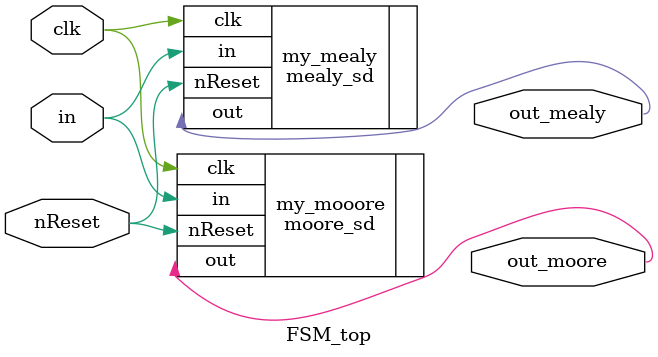
<source format=v>
module FSM_top(nReset, clk, in, out_mealy, out_moore);

	input nReset, clk, in;

	output out_mealy, out_moore;

	mealy_sd my_mealy(.nReset(nReset), .clk(clk), .in(in),.out(out_mealy));
	moore_sd my_mooore(.nReset(nReset), .clk(clk), .in(in),.out(out_moore));
	
	

endmodule
</source>
